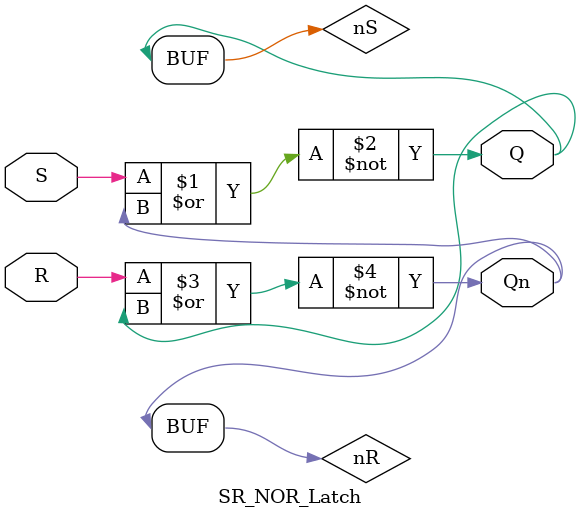
<source format=v>
`timescale 1ns / 1ps

module SR_NOR_Latch (
    input S,    // Set input
    input R,    // Reset input
    output Q,   // Output
    output Qn   // Complement of output
);

    // Internal signals for NOR gates
    wire nS, nR;

    // NOR gates for SR latch
    nor (nS, S, Qn);
    nor (nR, R, Q);

    assign Q = nS;
    assign Qn = nR;

endmodule

</source>
